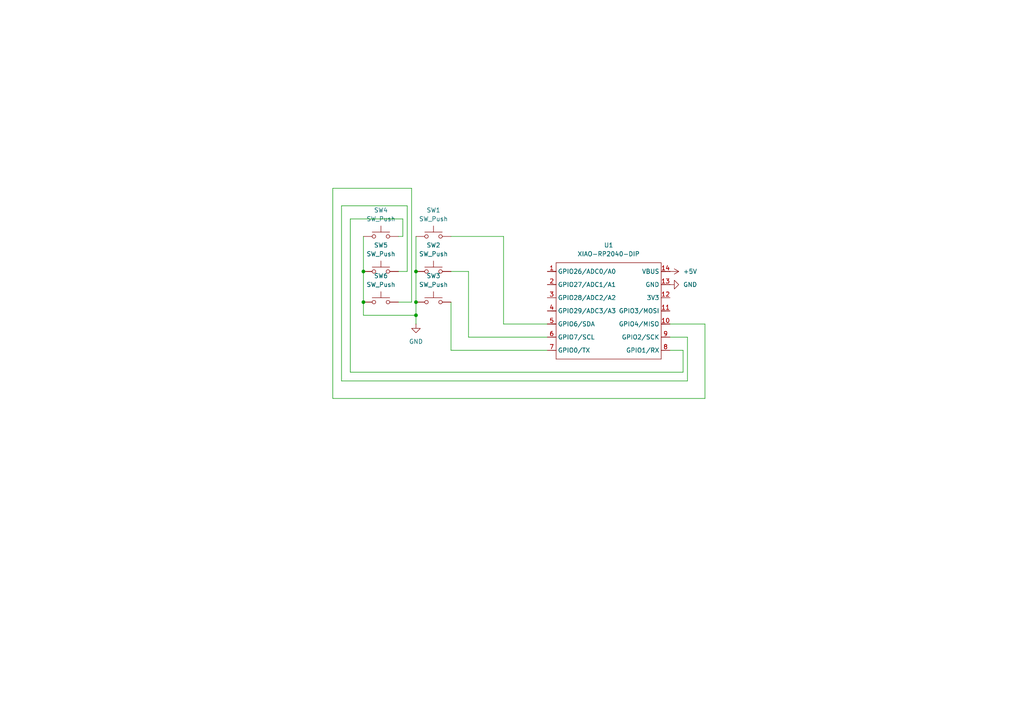
<source format=kicad_sch>
(kicad_sch (version 20250114) (generator "eeschema") (generator_version "9.0")
  (paper "A4")
  (lib_symbols
    (symbol "Seeed_Studio_XIAO_Series:XIAO-RP2040-DIP"
      (property "Reference" "U" (at 0 0 0))
      (property "Value" "XIAO-RP2040-DIP" (at 5.334 -1.778 0))
      (symbol "XIAO-RP2040-DIP_1_0"
        (polyline (pts (xy -1.27 -2.54) (xy 29.21 -2.54)) (stroke (width 0.1524)))
        (polyline (pts (xy -1.27 -5.08) (xy -2.54 -5.08)) (stroke (width 0.1524)))
        (polyline (pts (xy -1.27 -5.08) (xy -1.27 -2.54)) (stroke (width 0.1524)))
        (polyline (pts (xy -1.27 -8.89) (xy -2.54 -8.89)) (stroke (width 0.1524)))
        (polyline (pts (xy -1.27 -8.89) (xy -1.27 -5.08)) (stroke (width 0.1524)))
        (polyline (pts (xy -1.27 -12.7) (xy -2.54 -12.7)) (stroke (width 0.1524)))
        (polyline (pts (xy -1.27 -12.7) (xy -1.27 -8.89)) (stroke (width 0.1524)))
        (polyline (pts (xy -1.27 -16.51) (xy -2.54 -16.51)) (stroke (width 0.1524)))
        (polyline (pts (xy -1.27 -16.51) (xy -1.27 -12.7)) (stroke (width 0.1524)))
        (polyline (pts (xy -1.27 -20.32) (xy -2.54 -20.32)) (stroke (width 0.1524)))
        (polyline (pts (xy -1.27 -24.13) (xy -2.54 -24.13)) (stroke (width 0.1524)))
        (polyline (pts (xy -1.27 -27.94) (xy -2.54 -27.94)) (stroke (width 0.1524)))
        (polyline (pts (xy -1.27 -30.48) (xy -1.27 -16.51)) (stroke (width 0.1524)))
        (polyline (pts (xy 29.21 -2.54) (xy 29.21 -5.08)) (stroke (width 0.1524)))
        (polyline (pts (xy 29.21 -5.08) (xy 29.21 -8.89)) (stroke (width 0.1524)))
        (polyline (pts (xy 29.21 -8.89) (xy 29.21 -12.7)) (stroke (width 0.1524)))
        (polyline (pts (xy 29.21 -12.7) (xy 29.21 -30.48)) (stroke (width 0.1524)))
        (polyline (pts (xy 29.21 -30.48) (xy -1.27 -30.48)) (stroke (width 0.1524)))
        (polyline (pts (xy 30.48 -5.08) (xy 29.21 -5.08)) (stroke (width 0.1524)))
        (polyline (pts (xy 30.48 -8.89) (xy 29.21 -8.89)) (stroke (width 0.1524)))
        (polyline (pts (xy 30.48 -12.7) (xy 29.21 -12.7)) (stroke (width 0.1524)))
        (polyline (pts (xy 30.48 -16.51) (xy 29.21 -16.51)) (stroke (width 0.1524)))
        (polyline (pts (xy 30.48 -20.32) (xy 29.21 -20.32)) (stroke (width 0.1524)))
        (polyline (pts (xy 30.48 -24.13) (xy 29.21 -24.13)) (stroke (width 0.1524)))
        (polyline (pts (xy 30.48 -27.94) (xy 29.21 -27.94)) (stroke (width 0.1524)))
        (pin passive line (at -3.81 -5.08 0) (length 2.54) (name "GPIO26/ADC0/A0") (number "1"))
        (pin passive line (at -3.81 -8.89 0) (length 2.54) (name "GPIO27/ADC1/A1") (number "2"))
        (pin passive line (at -3.81 -12.7 0) (length 2.54) (name "GPIO28/ADC2/A2") (number "3"))
        (pin passive line (at -3.81 -16.51 0) (length 2.54) (name "GPIO29/ADC3/A3") (number "4"))
        (pin passive line (at -3.81 -20.32 0) (length 2.54) (name "GPIO6/SDA") (number "5"))
        (pin passive line (at -3.81 -24.13 0) (length 2.54) (name "GPIO7/SCL") (number "6"))
        (pin passive line (at -3.81 -27.94 0) (length 2.54) (name "GPIO0/TX") (number "7"))
        (pin passive line (at 31.75 -5.08 180) (length 2.54) (name "VBUS") (number "14"))
        (pin passive line (at 31.75 -8.89 180) (length 2.54) (name "GND") (number "13"))
        (pin passive line (at 31.75 -12.7 180) (length 2.54) (name "3V3") (number "12"))
        (pin passive line (at 31.75 -16.51 180) (length 2.54) (name "GPIO3/MOSI") (number "11"))
        (pin passive line (at 31.75 -20.32 180) (length 2.54) (name "GPIO4/MISO") (number "10"))
        (pin passive line (at 31.75 -24.13 180) (length 2.54) (name "GPIO2/SCK") (number "9"))
        (pin passive line (at 31.75 -27.94 180) (length 2.54) (name "GPIO1/RX") (number "8"))
      )
    )
    (symbol "Switch:SW_Push" (pin_numbers (hide yes)) (pin_names (offset 1.016) (hide yes))
      (property "Reference" "SW" (at 1.27 2.54 0))
      (property "Value" "SW_Push" (at 0 -1.524 0))
      (symbol "SW_Push_0_1"
        (circle (center -2.032 0) (radius 0.508))
        (polyline (pts (xy 0 1.27) (xy 0 3.048)))
        (circle (center 2.032 0) (radius 0.508))
        (polyline (pts (xy 2.54 1.27) (xy -2.54 1.27)))
        (pin passive line (at -5.08 0 0) (length 2.54) (name "1") (number "1"))
        (pin passive line (at 5.08 0 180) (length 2.54) (name "2") (number "2"))
      )
    )
    (symbol "power:+5V" (power) (pin_numbers (hide yes)) (pin_names (offset 0) (hide yes))
      (property "Value" "+5V" (at 0 3.556 0))
      (symbol "+5V_0_1"
        (polyline (pts (xy -0.762 1.27) (xy 0 2.54)))
        (polyline (pts (xy 0 2.54) (xy 0.762 1.27)))
        (polyline (pts (xy 0 0) (xy 0 2.54)))
      )
      (symbol "+5V_1_1"
        (pin power_in line (at 0 0 90) (length 0) (name "~") (number "1"))
      )
    )
    (symbol "power:GND" (power) (pin_numbers (hide yes)) (pin_names (offset 0) (hide yes))
      (property "Value" "GND" (at 0 -3.81 0))
      (symbol "GND_0_1"
        (polyline (pts (xy 0 0) (xy 0 -1.27) (xy 1.27 -1.27) (xy 0 -2.54) (xy -1.27 -1.27) (xy 0 -1.27)))
      )
      (symbol "GND_1_1"
        (pin power_in line (at 0 0 270) (length 0) (name "~") (number "1"))
      )
    )
  )
  (junction (at 120.65 91.44))
  (junction (at 120.65 78.74))
  (junction (at 120.65 87.63))
  (junction (at 105.41 87.63))
  (junction (at 105.41 78.74))
  (wire (pts (xy 105.41 78.74) (xy 105.41 87.63)))
  (wire (pts (xy 119.38 87.63) (xy 119.38 54.61)))
  (wire (pts (xy 135.89 78.74) (xy 135.89 97.79)))
  (wire (pts (xy 198.12 107.95) (xy 198.12 101.6)))
  (wire (pts (xy 204.47 115.57) (xy 204.47 93.98)))
  (wire (pts (xy 119.38 54.61) (xy 96.52 54.61)))
  (wire (pts (xy 118.11 78.74) (xy 118.11 59.69)))
  (wire (pts (xy 130.81 101.6) (xy 158.75 101.6)))
  (wire (pts (xy 135.89 97.79) (xy 158.75 97.79)))
  (wire (pts (xy 130.81 78.74) (xy 135.89 78.74)))
  (wire (pts (xy 198.12 101.6) (xy 194.31 101.6)))
  (wire (pts (xy 115.57 78.74) (xy 118.11 78.74)))
  (wire (pts (xy 105.41 87.63) (xy 105.41 91.44)))
  (wire (pts (xy 116.84 63.5) (xy 101.6 63.5)))
  (wire (pts (xy 96.52 115.57) (xy 204.47 115.57)))
  (wire (pts (xy 96.52 54.61) (xy 96.52 115.57)))
  (wire (pts (xy 120.65 68.58) (xy 120.65 78.74)))
  (wire (pts (xy 101.6 107.95) (xy 198.12 107.95)))
  (wire (pts (xy 118.11 59.69) (xy 99.06 59.69)))
  (wire (pts (xy 116.84 68.58) (xy 116.84 63.5)))
  (wire (pts (xy 120.65 87.63) (xy 120.65 91.44)))
  (wire (pts (xy 120.65 91.44) (xy 120.65 93.98)))
  (wire (pts (xy 146.05 68.58) (xy 146.05 93.98)))
  (wire (pts (xy 120.65 78.74) (xy 120.65 87.63)))
  (wire (pts (xy 146.05 93.98) (xy 158.75 93.98)))
  (wire (pts (xy 99.06 110.49) (xy 199.39 110.49)))
  (wire (pts (xy 130.81 87.63) (xy 130.81 101.6)))
  (wire (pts (xy 199.39 97.79) (xy 194.31 97.79)))
  (wire (pts (xy 204.47 93.98) (xy 194.31 93.98)))
  (wire (pts (xy 115.57 68.58) (xy 116.84 68.58)))
  (wire (pts (xy 105.41 91.44) (xy 120.65 91.44)))
  (wire (pts (xy 130.81 68.58) (xy 146.05 68.58)))
  (wire (pts (xy 99.06 59.69) (xy 99.06 110.49)))
  (wire (pts (xy 115.57 87.63) (xy 119.38 87.63)))
  (wire (pts (xy 105.41 68.58) (xy 105.41 78.74)))
  (wire (pts (xy 199.39 110.49) (xy 199.39 97.79)))
  (wire (pts (xy 101.6 63.5) (xy 101.6 107.95)))
  (symbol (lib_id "Switch:SW_Push") (at 125.73 68.58 0) (unit 1)
    (property "Reference" "SW1" (at 125.73 60.96 0))
    (property "Value" "SW_Push" (at 125.73 63.5 0))
    (property "Footprint" "Button_Switch_Keyboard:SW_Cherry_MX_1.00u_PCB" (effects (hide yes)))
    (property "Description" "Push button switch, generic, two pins" (effects (hide yes)))
  )
  (symbol (lib_id "Switch:SW_Push") (at 110.49 87.63 0) (unit 1)
    (property "Reference" "SW6" (at 110.49 80.01 0))
    (property "Value" "SW_Push" (at 110.49 82.55 0))
    (property "Footprint" "Button_Switch_Keyboard:SW_Cherry_MX_1.00u_PCB" (effects (hide yes)))
    (property "Description" "Push button switch, generic, two pins" (effects (hide yes)))
  )
  (symbol (lib_id "Seeed_Studio_XIAO_Series:XIAO-RP2040-DIP") (at 162.56 73.66 0) (unit 1)
    (property "Reference" "U1" (at 176.53 71.12 0))
    (property "Value" "XIAO-RP2040-DIP" (at 176.53 73.66 0))
    (property "Footprint" "Seeed Studio XIAO Series Library:XIAO-RP2040-DIP" (effects (hide yes)))
  )
  (symbol (lib_id "Switch:SW_Push") (at 125.73 78.74 0) (unit 1)
    (property "Reference" "SW2" (at 125.73 71.12 0))
    (property "Value" "SW_Push" (at 125.73 73.66 0))
    (property "Footprint" "Button_Switch_Keyboard:SW_Cherry_MX_1.00u_PCB" (effects (hide yes)))
    (property "Description" "Push button switch, generic, two pins" (effects (hide yes)))
  )
  (symbol (lib_id "power:GND") (at 194.31 82.55 90) (unit 1)
    (property "Reference" "#PWR03" (effects (hide yes)))
    (property "Value" "GND" (at 198.12 82.5499 90) (effects (justify right)))
    (property "Description" "Power symbol creates a global label with name \"GND\" , ground" (effects (hide yes)))
  )
  (symbol (lib_id "power:+5V") (at 194.31 78.74 270) (unit 1)
    (property "Reference" "#PWR01" (effects (hide yes)))
    (property "Value" "+5V" (at 198.12 78.7399 90) (effects (justify left)))
    (property "Description" "Power symbol creates a global label with name \"+5V\"" (effects (hide yes)))
  )
  (symbol (lib_id "Switch:SW_Push") (at 110.49 68.58 0) (unit 1)
    (property "Reference" "SW4" (at 110.49 60.96 0))
    (property "Value" "SW_Push" (at 110.49 63.5 0))
    (property "Footprint" "Button_Switch_Keyboard:SW_Cherry_MX_1.00u_PCB" (effects (hide yes)))
    (property "Description" "Push button switch, generic, two pins" (effects (hide yes)))
  )
  (symbol (lib_id "Switch:SW_Push") (at 110.49 78.74 0) (unit 1)
    (property "Reference" "SW5" (at 110.49 71.12 0))
    (property "Value" "SW_Push" (at 110.49 73.66 0))
    (property "Footprint" "Button_Switch_Keyboard:SW_Cherry_MX_1.00u_PCB" (effects (hide yes)))
    (property "Description" "Push button switch, generic, two pins" (effects (hide yes)))
  )
  (symbol (lib_id "Switch:SW_Push") (at 125.73 87.63 0) (unit 1)
    (property "Reference" "SW3" (at 125.73 80.01 0))
    (property "Value" "SW_Push" (at 125.73 82.55 0))
    (property "Footprint" "Button_Switch_Keyboard:SW_Cherry_MX_1.00u_PCB" (effects (hide yes)))
    (property "Description" "Push button switch, generic, two pins" (effects (hide yes)))
  )
  (symbol (lib_id "power:GND") (at 120.65 93.98 0) (unit 1)
    (property "Reference" "#PWR04" (effects (hide yes)))
    (property "Value" "GND" (at 120.65 99.06 0))
    (property "Description" "Power symbol creates a global label with name \"GND\" , ground" (effects (hide yes)))
  )
)
</source>
